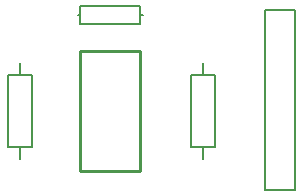
<source format=gto>
%FSLAX24Y24*%
%MOIN*%
G70*
G01*
G75*
G04 Layer_Color=65535*
%ADD10C,0.0620*%
%ADD11C,0.0600*%
%ADD12C,0.0200*%
%ADD13C,0.0080*%
%ADD14C,0.0079*%
%ADD15C,0.0100*%
D13*
X2240Y5620D02*
Y5920D01*
Y5620D02*
X4240D01*
Y6220D01*
X2240D02*
X4240D01*
X2240Y5920D02*
Y6220D01*
X4240Y5920D02*
X4330D01*
X2150D02*
X2240D01*
D14*
X8400Y6070D02*
X9400D01*
X8400Y70D02*
X9400D01*
X8400D02*
Y6070D01*
X9400Y70D02*
Y6070D01*
X6340Y1110D02*
Y1510D01*
Y3910D02*
Y4310D01*
X5940Y1510D02*
Y3910D01*
Y1510D02*
X6740D01*
Y3910D01*
X5940D02*
X6740D01*
X240D02*
Y4310D01*
Y1110D02*
Y1510D01*
X640D02*
Y3910D01*
X-160D02*
X640D01*
X-160Y1510D02*
Y3910D01*
Y1510D02*
X640D01*
D15*
X2240Y4710D02*
X3490D01*
X4240D01*
Y710D02*
Y4710D01*
X2240Y710D02*
X4240D01*
X2240D02*
Y4710D01*
M02*

</source>
